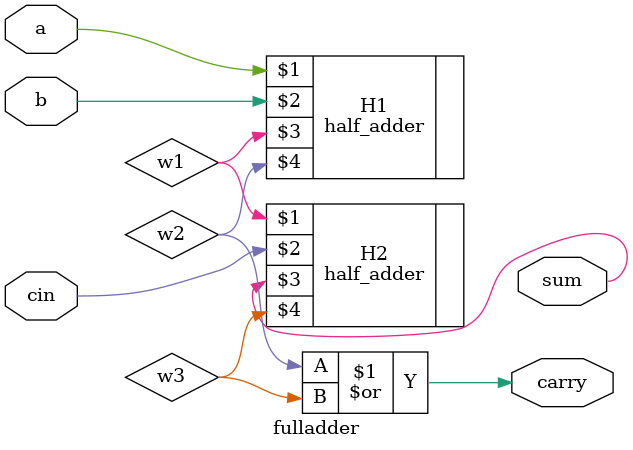
<source format=v>

module fulladder(a,b,cin,sum,carry);
	input a,b,cin;
	output sum,carry;
	wire w1,w2,w3;
	
half_adder H1(a,b,w1,w2);
half_adder H2(w1,cin,sum,w3);
or (carry, w2, w3);

endmodule
</source>
